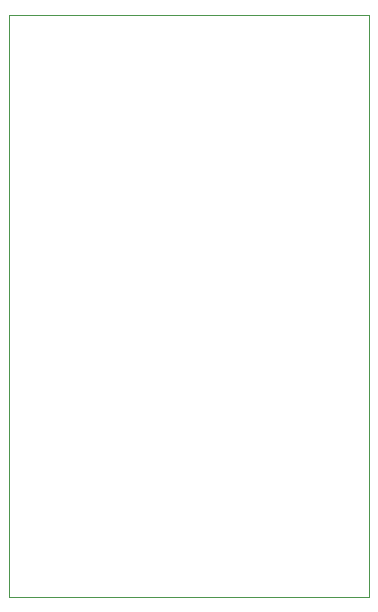
<source format=gbr>
G04 #@! TF.GenerationSoftware,KiCad,Pcbnew,(5.1.5-0-10_14)*
G04 #@! TF.CreationDate,2020-05-05T19:23:22-07:00*
G04 #@! TF.ProjectId,N64 Mask ROM Breakout,4e363420-4d61-4736-9b20-524f4d204272,rev?*
G04 #@! TF.SameCoordinates,Original*
G04 #@! TF.FileFunction,Profile,NP*
%FSLAX46Y46*%
G04 Gerber Fmt 4.6, Leading zero omitted, Abs format (unit mm)*
G04 Created by KiCad (PCBNEW (5.1.5-0-10_14)) date 2020-05-05 19:23:22*
%MOMM*%
%LPD*%
G04 APERTURE LIST*
%ADD10C,0.050000*%
G04 APERTURE END LIST*
D10*
X137160000Y-125476000D02*
X167640000Y-125476000D01*
X137160000Y-76200000D02*
X137160000Y-125476000D01*
X167640000Y-76200000D02*
X137160000Y-76200000D01*
X167640000Y-125476000D02*
X167640000Y-76200000D01*
M02*

</source>
